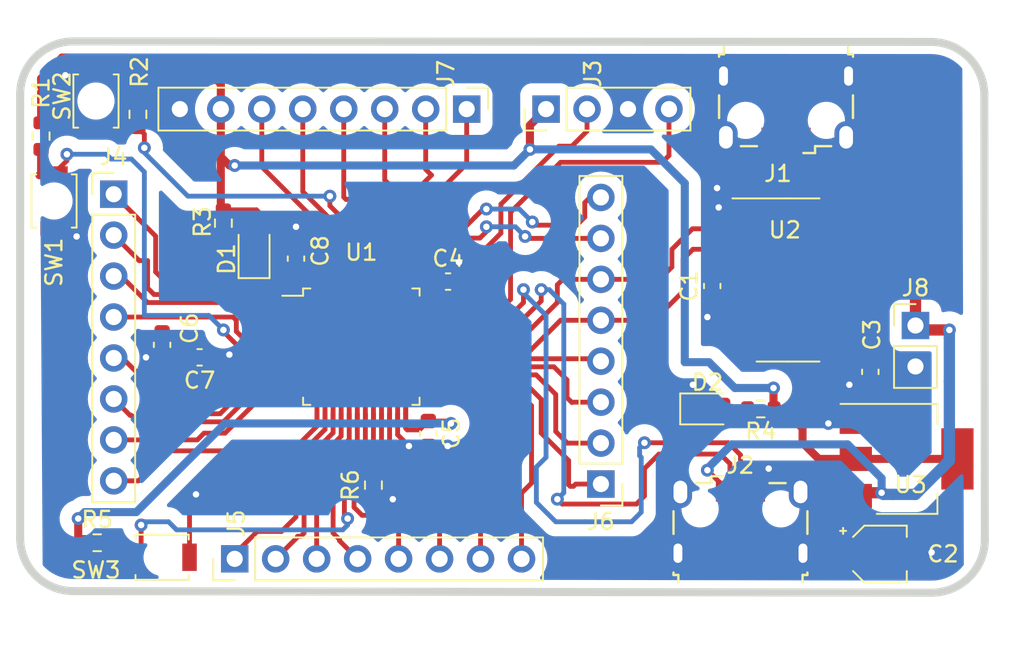
<source format=kicad_pcb>
(kicad_pcb (version 20211014) (generator pcbnew)
  (layers (0 "F.Cu" signal) (31 "B.Cu" signal) (34 "B.Paste" user) (35 "F.Paste" user) (36 "B.SilkS" user "B.Silkscreen") (37 "F.SilkS" user "F.Silkscreen") (38 "B.Mask" user) (39 "F.Mask" user) (44 "Edge.Cuts" user))
  (net 0 "")
  (net 1 "GND")
  (net 2 "Net-(C1-Pad2)")
  (net 3 "+5V")
  (net 4 "+3.3V")
  (net 5 "LED")
  (net 6 "Net-(D1-Pad2)")
  (net 7 "Net-(D2-Pad2)")
  (net 8 "Net-(J1-Pad2)")
  (net 9 "Net-(J1-Pad3)")
  (net 11 "USBDM")
  (net 12 "USBDP")
  (net 14 "SWCLK")
  (net 15 "SWIO")
  (net 16 "PC14")
  (net 17 "PC15")
  (net 18 "PD0")
  (net 19 "PD1")
  (net 20 "PA0")
  (net 21 "PA1")
  (net 22 "PA2")
  (net 23 "PA3")
  (net 24 "PA4")
  (net 25 "PA5")
  (net 26 "PA6")
  (net 27 "PA7")
  (net 28 "PB1")
  (net 29 "PB10")
  (net 30 "PB11")
  (net 31 "PB12")
  (net 32 "PB13")
  (net 33 "PB14")
  (net 34 "PB15")
  (net 35 "PA8")
  (net 36 "TXD")
  (net 37 "RXD")
  (net 38 "PA15")
  (net 39 "PB3")
  (net 40 "PB4")
  (net 41 "PB5")
  (net 42 "PB6")
  (net 43 "PB7")
  (net 44 "PB8")
  (net 45 "PB9")
  (net 46 "NRST")
  (net 47 "BOOT0")
  (net 48 "USER")
  (net 49 "Net-(U1-Pad20)")
  (footprint "Button_Switch_SMD:SW_SPST_B3U-1000P-B" (layer "F.Cu") (at 125.9 76 90)
    (fp_text reference "SW1")
    (fp_text value "SW_Push")
  )
  (footprint "Connector_PinHeader_2.54mm:PinHeader_1x08_P2.54mm_Vertical" (layer "F.Cu") (at 151.48 70.3 -90)
    (fp_text reference "J7")
    (fp_text value "Conn_01x08_Male")
  )
  (footprint "Resistor_SMD:R_0603_1608Metric" (layer "F.Cu") (at 145.7 93.625 90)
    (fp_text reference "R6")
    (fp_text value "0")
  )
  (footprint "Capacitor_SMD:C_0603_1608Metric" (layer "F.Cu") (at 166.7 81.275 90)
    (fp_text reference "C1")
    (fp_text value "100nF")
  )
  (footprint "Connector_PinHeader_2.54mm:PinHeader_1x08_P2.54mm_Vertical" (layer "F.Cu") (at 159.8 93.56 180)
    (fp_text reference "J6")
    (fp_text value "Conn_01x08_Male")
  )
  (footprint "Resistor_SMD:R_0603_1608Metric" (layer "F.Cu") (at 136.4 77.375 -90)
    (fp_text reference "R3")
    (fp_text value "330")
  )
  (footprint "LED_SMD:LED_0805_2012Metric" (layer "F.Cu") (at 166.4 88.9)
    (fp_text reference "D2")
    (fp_text value "LED")
  )
  (footprint "Resistor_SMD:R_0603_1608Metric" (layer "F.Cu") (at 128.575 97.2)
    (fp_text reference "R5")
    (fp_text value "10K")
  )
  (footprint "Resistor_SMD:R_0603_1608Metric" (layer "F.Cu") (at 131.1 70.625 -90)
    (fp_text reference "R2")
    (fp_text value "10K")
  )
  (footprint "Capacitor_SMD:C_0603_1608Metric" (layer "F.Cu") (at 176.5 86.6 -90)
    (fp_text reference "C3")
    (fp_text value "100nF")
  )
  (footprint "Connector_USB:USB_Micro-B_Wuerth_629105150521" (layer "F.Cu") (at 171.275 70.2 180)
    (fp_text reference "J1")
    (fp_text value "USB_B_Micro")
  )
  (footprint "Connector_PinHeader_2.54mm:PinHeader_1x04_P2.54mm_Vertical" (layer "F.Cu") (at 156.4 70.3 90)
    (fp_text reference "J3")
    (fp_text value "Conn_01x04_Male")
  )
  (footprint "Capacitor_SMD:C_0603_1608Metric" (layer "F.Cu") (at 134.925 85.7 180)
    (fp_text reference "C7")
    (fp_text value "10nF")
  )
  (footprint "Package_TO_SOT_SMD:SOT-223-3_TabPin2" (layer "F.Cu") (at 178.75 92)
    (fp_text reference "U3")
    (fp_text value "AMS1117-3.3")
  )
  (footprint "Capacitor_SMD:C_0603_1608Metric" (layer "F.Cu") (at 149.1 90.425 -90)
    (fp_text reference "C5")
    (fp_text value "10nF")
  )
  (footprint "Resistor_SMD:R_0603_1608Metric" (layer "F.Cu") (at 169.7125 88.9 180)
    (fp_text reference "R4")
    (fp_text value "330")
  )
  (footprint "Connector_PinHeader_2.54mm:PinHeader_1x08_P2.54mm_Vertical" (layer "F.Cu") (at 137.1 98.2 90)
    (fp_text reference "J5")
    (fp_text value "Conn_01x08_Male")
  )
  (footprint "Capacitor_SMD:CP_Elec_3x5.3" (layer "F.Cu") (at 177 97.9)
    (fp_text reference "C2")
    (fp_text value "100uF")
  )
  (footprint "Capacitor_SMD:C_0603_1608Metric" (layer "F.Cu") (at 150.325 81)
    (fp_text reference "C4")
    (fp_text value "10nF")
  )
  (footprint "Connector_PinHeader_2.54mm:PinHeader_1x02_P2.54mm_Vertical" (layer "F.Cu") (at 179.3 83.725)
    (fp_text reference "J8")
    (fp_text value "Conn_01x02_Male")
  )
  (footprint "Capacitor_SMD:C_0603_1608Metric" (layer "F.Cu") (at 132.6 84.925 -90)
    (fp_text reference "C6")
    (fp_text value "100nF")
  )
  (footprint "Package_SO:SOIC-16_3.9x9.9mm_P1.27mm" (layer "F.Cu") (at 171.4 80.9)
    (fp_text reference "U2")
    (fp_text value "CH340C")
  )
  (footprint "Connector_USB:USB_Micro-B_Wuerth_629105150521" (layer "F.Cu") (at 168.45 95.9)
    (fp_text reference "J2")
    (fp_text value "USB_B_Micro")
  )
  (footprint "Button_Switch_SMD:SW_SPST_B3U-1000P-B" (layer "F.Cu") (at 132.6 98.1 180)
    (fp_text reference "SW3")
    (fp_text value "SW_Push")
  )
  (footprint "Button_Switch_SMD:SW_SPST_B3U-1000P-B" (layer "F.Cu") (at 128.5 69.8 -90)
    (fp_text reference "SW2")
    (fp_text value "SW_Push")
  )
  (footprint "Capacitor_SMD:C_0603_1608Metric" (layer "F.Cu") (at 140.9 79.575 90)
    (fp_text reference "C8")
    (fp_text value "10nF")
  )
  (footprint "LED_SMD:LED_0805_2012Metric" (layer "F.Cu") (at 138.3 79.1 90)
    (fp_text reference "D1")
    (fp_text value "LED")
  )
  (footprint "Resistor_SMD:R_0603_1608Metric" (layer "F.Cu") (at 125.1 71.975 -90)
    (fp_text reference "R1")
    (fp_text value "10K")
  )
  (footprint "Package_QFP:LQFP-48_7x7mm_P0.5mm" (layer "F.Cu") (at 144.95 85.0375)
    (fp_text reference "U1")
    (fp_text value "STM32F103C8Tx")
  )
  (footprint "Connector_PinHeader_2.54mm:PinHeader_1x08_P2.54mm_Vertical" (layer "F.Cu") (at 129.6 75.58)
    (fp_text reference "J4")
    (fp_text value "Conn_01x08_Male")
  )
  (gr_arc (start 123.8 69.4) (mid 124.766548 67.066548) (end 127.1 66.1) (layer "Edge.Cuts") (width 0.5))
  (gr_arc (start 183.6 97) (mid 182.633452 99.333452) (end 180.3 100.3) (layer "Edge.Cuts") (width 0.5))
  (gr_line (start 180.3 100.3) (end 127.1 100.2) (layer "Edge.Cuts") (width 0.5))
  (gr_line (start 123.8 96.9) (end 123.8 69.4) (layer "Edge.Cuts") (width 0.5))
  (gr_arc (start 127.1 100.2) (mid 124.766548 99.233452) (end 123.8 96.9) (layer "Edge.Cuts") (width 0.5))
  (gr_arc (start 180.266548 66.133452) (mid 182.6 67.1) (end 183.566548 69.433452) (layer "Edge.Cuts") (width 0.5))
  (gr_line (start 183.6 97) (end 183.566548 69.433452) (layer "Edge.Cuts") (width 0.5))
  (gr_line (start 180.266548 66.133452) (end 127.1 66.1) (layer "Edge.Cuts") (width 0.5))
  (segment (start 169.75 93.05) (end 170.2 92.6) (width 0.3) (layer "F.Cu") (net 1))
  (segment (start 150.6505 82.7875) (end 150.9 82.538) (width 0.3) (layer "F.Cu") (net 1))
  (segment (start 134.15 85.7) (end 132.6 85.7) (width 0.3) (layer "F.Cu") (net 1))
  (segment (start 141.6 78.8) (end 140.9 78.8) (width 0.3) (layer "F.Cu") (net 1))
  (segment (start 140.9 78.8) (end 140.9 77.6) (width 0.3) (layer "F.Cu") (net 1))
  (segment (start 150.9 81.2) (end 151.1 81) (width 0.3) (layer "F.Cu") (net 1))
  (segment (start 132.6 85.7) (end 131.6 85.7) (width 0.3) (layer "F.Cu") (net 1))
  (segment (start 175.6 89.7) (end 174 89.7) (width 0.7) (layer "F.Cu") (net 1))
  (segment (start 167.155 76.455) (end 167.1 76.4) (width 0.3) (layer "F.Cu") (net 1))
  (segment (start 169.75 94) (end 169.75 93.05) (width 0.3) (layer "F.Cu") (net 1))
  (segment (start 126.8 77.7) (end 127.3 78.2) (width 0.3) (layer "F.Cu") (net 1))
  (segment (start 168.8 75.2) (end 167 75.2) (width 0.3) (layer "F.Cu") (net 1))
  (segment (start 149.1125 82.7875) (end 150.6505 82.7875) (width 0.3) (layer "F.Cu") (net 1))
  (segment (start 151.1 79.9) (end 151 79.8) (width 0.3) (layer "F.Cu") (net 1))
  (segment (start 175.225 87.375) (end 175.2 87.4) (width 0.5) (layer "F.Cu") (net 1))
  (segment (start 168.925 76.455) (end 167.155 76.455) (width 0.3) (layer "F.Cu") (net 1))
  (segment (start 174 89.7) (end 173.9 89.8) (width 0.7) (layer "F.Cu") (net 1))
  (segment (start 134.3 94.6) (end 134.7 94.2) (width 0.3) (layer "F.Cu") (net 1))
  (segment (start 140.7875 85.7875) (end 137.027546 85.7875) (width 0.3) (layer "F.Cu") (net 1))
  (segment (start 128.5 68.1) (end 126.7 68.1) (width 0.5) (layer "F.Cu") (net 1))
  (segment (start 176.5 87.375) (end 176.5 88.8) (width 0.5) (layer "F.Cu") (net 1))
  (segment (start 180.2 97.9) (end 180.3 97.8) (width 0.7) (layer "F.Cu") (net 1))
  (segment (start 125.9 77.7) (end 126.8 77.7) (width 0.3) (layer "F.Cu") (net 1))
  (segment (start 166.7 82.05) (end 166.7 82.9) (width 0.3) (layer "F.Cu") (net 1))
  (segment (start 178.5 97.9) (end 180.2 97.9) (width 0.7) (layer "F.Cu") (net 1))
  (segment (start 134.3 98.1) (end 134.3 94.6) (width 0.3) (layer "F.Cu") (net 1))
  (segment (start 147.2 89.2) (end 147.2 90.5) (width 0.3) (layer "F.Cu") (net 1))
  (segment (start 150.9 82.538) (end 150.9 81.2) (width 0.3) (layer "F.Cu") (net 1))
  (segment (start 166.7 82.9) (end 166.4 83.2) (width 0.3) (layer "F.Cu") (net 1))
  (segment (start 169.975 72.1) (end 169.975 74.025) (width 0.3) (layer "F.Cu") (net 1))
  (segment (start 146.85 94.45) (end 146.9 94.5) (width 0.3) (layer "F.Cu") (net 1))
  (segment (start 176.5 87.375) (end 175.225 87.375) (width 0.5) (layer "F.Cu") (net 1))
  (segment (start 176.5 88.8) (end 175.6 89.7) (width 0.5) (layer "F.Cu") (net 1))
  (segment (start 147.2 90.5) (end 147.9 91.2) (width 0.3) (layer "F.Cu") (net 1))
  (segment (start 145.7 94.45) (end 146.85 94.45) (width 0.3) (layer "F.Cu") (net 1))
  (segment (start 142.7 80.875) (end 142.7 79.9) (width 0.3) (layer "F.Cu") (net 1))
  (segment (start 142.7 79.9) (end 141.6 78.8) (width 0.3) (layer "F.Cu") (net 1))
  (segment (start 149.1 91.2) (end 150.3 91.2) (width 0.3) (layer "F.Cu") (net 1))
  (segment (start 165.4625 88.9) (end 165.4625 87.4375) (width 0.3) (layer "F.Cu") (net 1))
  (segment (start 169.975 74.025) (end 168.8 75.2) (width 0.3) (layer "F.Cu") (net 1))
  (segment (start 137.027546 85.7875) (end 136.770023 85.529977) (width 0.3) (layer "F.Cu") (net 1))
  (segment (start 151.1 81) (end 151.1 79.9) (width 0.3) (layer "F.Cu") (net 1))
  (segment (start 126.7 68.1) (end 126.6 68.2) (width 0.5) (layer "F.Cu") (net 1))
  (segment (start 165.4625 87.4375) (end 165.5 87.4) (width 0.3) (layer "F.Cu") (net 1))
  (via (at 150.3 91.2) (size 0.8) (drill 0.4) (layers "F.Cu" "B.Cu") (net 1))
  (via (at 173.9 89.8) (size 0.8) (drill 0.4) (layers "F.Cu" "B.Cu") (net 1))
  (via (at 147.9 91.2) (size 0.8) (drill 0.4) (layers "F.Cu" "B.Cu") (net 1))
  (via (at 166.4 83.2) (size 0.8) (drill 0.4) (layers "F.Cu" "B.Cu") (net 1))
  (via (at 131.6 85.7) (size 0.8) (drill 0.4) (layers "F.Cu" "B.Cu") (net 1))
  (via (at 134.7 94.2) (size 0.8) (drill 0.4) (layers "F.Cu" "B.Cu") (net 1))
  (via (at 151 79.8) (size 0.8) (drill 0.4) (layers "F.Cu" "B.Cu") (net 1))
  (via (at 126.6 68.2) (size 0.8) (drill 0.4) (layers "F.Cu" "B.Cu") (net 1))
  (via (at 165.5 87.4) (size 0.8) (drill 0.4) (layers "F.Cu" "B.Cu") (net 1))
  (via (at 180.3 97.8) (size 0.8) (drill 0.4) (layers "F.Cu" "B.Cu") (net 1))
  (via (at 167.1 76.4) (size 0.8) (drill 0.4) (layers "F.Cu" "B.Cu") (net 1))
  (via (at 140.9 77.6) (size 0.8) (drill 0.4) (layers "F.Cu" "B.Cu") (net 1))
  (via (at 175.2 87.4) (size 0.8) (drill 0.4) (layers "F.Cu" "B.Cu") (net 1))
  (via (at 146.9 94.5) (size 0.8) (drill 0.4) (layers "F.Cu" "B.Cu") (net 1))
  (via (at 136.770023 85.529977) (size 0.8) (drill 0.4) (layers "F.Cu" "B.Cu") (net 1))
  (via (at 170.2 92.6) (size 0.8) (drill 0.4) (layers "F.Cu" "B.Cu") (net 1))
  (via (at 127.3 78.2) (size 0.8) (drill 0.4) (layers "F.Cu" "B.Cu") (net 1))
  (via (at 167 75.2) (size 0.8) (drill 0.4) (layers "F.Cu" "B.Cu") (net 1))
  (segment (start 166.935 80.265) (end 166.7 80.5) (width 0.3) (layer "F.Cu") (net 2))
  (segment (start 168.925 80.265) (end 166.935 80.265) (width 0.3) (layer "F.Cu") (net 2))
  (segment (start 175.8 94.1) (end 175.6 94.3) (width 0.7) (layer "F.Cu") (net 3))
  (segment (start 176.155 76.455) (end 179.3 79.6) (width 0.7) (layer "F.Cu") (net 3))
  (segment (start 175.245 76.455) (end 173.875 76.455) (width 0.3) (layer "F.Cu") (net 3))
  (segment (start 179.3 79.6) (end 179.3 83.725) (width 0.7) (layer "F.Cu") (net 3))
  (segment (start 172.575 74.475) (end 173.4 75.3) (width 0.3) (layer "F.Cu") (net 3))
  (segment (start 177.2 94.1) (end 175.8 94.1) (width 0.7) (layer "F.Cu") (net 3))
  (segment (start 175.6 97.8) (end 175.5 97.9) (width 0.7) (layer "F.Cu") (net 3))
  (segment (start 167.15 93.45) (end 166.4 92.7) (width 0.3) (layer "F.Cu") (net 3))
  (segment (start 173.875 76.455) (end 176.155 76.455) (width 0.7) (layer "F.Cu") (net 3))
  (segment (start 173.4 75.3) (end 175.5 75.3) (width 0.3) (layer "F.Cu") (net 3))
  (segment (start 175.7 76) (end 175.245 76.455) (width 0.3) (layer "F.Cu") (net 3))
  (segment (start 181.4 84) (end 179.575 84) (width 0.7) (layer "F.Cu") (net 3))
  (segment (start 175.5 75.3) (end 175.7 75.5) (width 0.3) (layer "F.Cu") (net 3))
  (segment (start 175.6 94.3) (end 175.6 97.8) (width 0.7) (layer "F.Cu") (net 3))
  (segment (start 172.575 72.1) (end 172.575 74.475) (width 0.3) (layer "F.Cu") (net 3))
  (segment (start 175.7 75.5) (end 175.7 76) (width 0.3) (layer "F.Cu") (net 3))
  (segment (start 167.15 94) (end 167.15 93.45) (width 0.3) (layer "F.Cu") (net 3))
  (segment (start 179.575 84) (end 179.3 83.725) (width 0.7) (layer "F.Cu") (net 3))
  (via (at 181.4 84) (size 0.8) (drill 0.4) (layers "F.Cu" "B.Cu") (net 3))
  (via (at 177.2 94.1) (size 0.8) (drill 0.4) (layers "F.Cu" "B.Cu") (net 3))
  (via (at 166.4 92.7) (size 0.8) (drill 0.4) (layers "F.Cu" "B.Cu") (net 3))
  (segment (start 179.3 94.2) (end 177.9 94.2) (width 0.7) (layer "B.Cu") (net 3))
  (segment (start 177.9 94.2) (end 177.3 94.2) (width 0.7) (layer "B.Cu") (net 3))
  (segment (start 175.1 91.1) (end 177.2 93.2) (width 0.5) (layer "B.Cu") (net 3))
  (segment (start 181.4 84.5) (end 181.4 84) (width 0.7) (layer "B.Cu") (net 3))
  (segment (start 166.4 92.7) (end 166.4 92.6) (width 0.5) (layer "B.Cu") (net 3))
  (segment (start 177.2 93.2) (end 177.2 94.1) (width 0.5) (layer "B.Cu") (net 3))
  (segment (start 177.3 94.2) (end 177.2 94.1) (width 0.7) (layer "B.Cu") (net 3))
  (segment (start 167.9 91.1) (end 175.1 91.1) (width 0.5) (layer "B.Cu") (net 3))
  (segment (start 181.2 92.3) (end 179.3 94.2) (width 0.7) (layer "B.Cu") (net 3))
  (segment (start 181.4 87.2) (end 181.4 92.1) (width 0.7) (layer "B.Cu") (net 3))
  (segment (start 181.4 92.1) (end 181.2 92.3) (width 0.7) (layer "B.Cu") (net 3))
  (segment (start 181.4 84.5) (end 181.4 87.2) (width 0.7) (layer "B.Cu") (net 3))
  (segment (start 166.4 92.6) (end 167.9 91.1) (width 0.5) (layer "B.Cu") (net 3))
  (segment (start 141.6875 82.2875) (end 147.1125 82.2875) (width 0.3) (layer "F.Cu") (net 4))
  (segment (start 138.45 76.55) (end 136.4 76.55) (width 0.3) (layer "F.Cu") (net 4))
  (segment (start 173.3 92) (end 172.3 91) (width 0.5) (layer "F.Cu") (net 4))
  (segment (start 175.675 85.825) (end 175.1 86.4) (width 0.5) (layer "F.Cu") (net 4))
  (segment (start 149.9125 82.2875) (end 150 82.2) (width 0.3) (layer "F.Cu") (net 4))
  (segment (start 136.24 73.26) (end 136.78 73.8) (width 0.5) (layer "F.Cu") (net 4))
  (segment (start 136.78 73.8) (end 137.1 73.8) (width 0.5) (layer "F.Cu") (net 4))
  (segment (start 140.15 80.35) (end 139.7 79.9) (width 0.3) (layer "F.Cu") (net 4))
  (segment (start 175.6 92) (end 173.3 92) (width 0.5) (layer "F.Cu") (net 4))
  (segment (start 147.7 87.9) (end 147.7 89.2) (width 0.3) (layer "F.Cu") (net 4))
  (segment (start 140.45 80.35) (end 140.9 80.35) (width 0.3) (layer "F.Cu") (net 4))
  (segment (start 136.24 70.3) (end 136.24 73.26) (width 0.5) (layer "F.Cu") (net 4))
  (segment (start 135.7 85.7) (end 134.15 84.15) (width 0.3) (layer "F.Cu") (net 4))
  (segment (start 140.7875 82.2875) (end 139.623032 82.2875) (width 0.3) (layer "F.Cu") (net 4))
  (segment (start 139.4 82.064468) (end 139.4 81.4) (width 0.3) (layer "F.Cu") (net 4))
  (segment (start 127.4 95.7) (end 127.4 96.85) (width 0.5) (layer "F.Cu") (net 4))
  (segment (start 170.5 87.6) (end 170.5 88.8625) (width 0.5) (layer "F.Cu") (net 4))
  (segment (start 139.623032 82.2875) (end 139.4 82.064468) (width 0.3) (layer "F.Cu") (net 4))
  (segment (start 140.7875 86.2875) (end 146.0875 86.2875) (width 0.3) (layer "F.Cu") (net 4))
  (segment (start 140.7875 86.2875) (end 136.2875 86.2875) (width 0.3) (layer "F.Cu") (net 4))
  (segment (start 155.4 71.3) (end 156.4 70.3) (width 0.5) (layer "F.Cu") (net 4))
  (segment (start 150.35 89.65) (end 150.5 89.8) (width 0.3) (layer "F.Cu") (net 4))
  (segment (start 147.8 90.2) (end 148.55 90.2) (width 0.3) (layer "F.Cu") (net 4))
  (segment (start 134.15 84.15) (end 132.6 84.15) (width 0.3) (layer "F.Cu") (net 4))
  (segment (start 139.7 79.9) (end 139.7 77.8) (width 0.3) (layer "F.Cu") (net 4))
  (segment (start 131.1 69.8) (end 131.1 67.9) (width 0.5) (layer "F.Cu") (net 4))
  (segment (start 146.0875 86.2875) (end 147.7 87.9) (width 0.3) (layer "F.Cu") (net 4))
  (segment (start 141.6875 82.2875) (end 141.9125 82.2875) (width 0.3) (layer "F.Cu") (net 4))
  (segment (start 131.1 68.9) (end 131.1 69.8) (width 0.5) (layer "F.Cu") (net 4))
  (segment (start 127.4 96.85) (end 127.75 97.2) (width 0.5) (layer "F.Cu") (net 4))
  (segment (start 140.9 80.35) (end 140.15 80.35) (width 0.3) (layer "F.Cu") (net 4))
  (segment (start 171.1 88.9) (end 170.5375 88.9) (width 0.5) (layer "F.Cu") (net 4))
  (segment (start 150 82.2) (end 150 81.45) (width 0.3) (layer "F.Cu") (net 4))
  (segment (start 136.24 76.39) (end 136.4 76.55) (width 0.5) (layer "F.Cu") (net 4))
  (segment (start 141.9125 82.2875) (end 142.2 82) (width 0.3) (layer "F.Cu") (net 4))
  (segment (start 136.2875 86.2875) (end 135.7 85.7) (width 0.3) (layer "F.Cu") (net 4))
  (segment (start 136.24 68.74) (end 135.3 67.8) (width 0.5) (layer "F.Cu") (net 4))
  (segment (start 149.1125 82.2875) (end 149.9125 82.2875) (width 0.3) (layer "F.Cu") (net 4))
  (segment (start 130.3 67.1) (end 126.4 67.1) (width 0.5) (layer "F.Cu") (net 4))
  (segment (start 136.24 73.26) (end 136.24 76.39) (width 0.5) (layer "F.Cu") (net 4))
  (segment (start 147.1125 82.2875) (end 146.0875 83.3125) (width 0.3) (layer "F.Cu") (net 4))
  (segment (start 155.4 72.8) (end 155.4 71.3) (width 0.5) (layer "F.Cu") (net 4))
  (segment (start 170.5 88.8625) (end 170.5375 88.9) (width 0.5) (layer "F.Cu") (net 4))
  (segment (start 148.55 90.2) (end 149.1 89.65) (width 0.3) (layer "F.Cu") (net 4))
  (segment (start 175.1 86.4) (end 174.7 86.4) (width 0.5) (layer "F.Cu") (net 4))
  (segment (start 135.3 67.8) (end 132.2 67.8) (width 0.5) (layer "F.Cu") (net 4))
  (segment (start 140.7875 82.2875) (end 141.6875 82.2875) (width 0.3) (layer "F.Cu") (net 4))
  (segment (start 139.4 81.4) (end 140.45 80.35) (width 0.3) (layer "F.Cu") (net 4))
  (segment (start 172.3 90.1) (end 171.1 88.9) (width 0.5) (layer "F.Cu") (net 4))
  (segment (start 174.7 86.4) (end 173.6 87.5) (width 0.5) (layer "F.Cu") (net 4))
  (segment (start 149.1125 82.2875) (end 147.1125 82.2875) (width 0.3) (layer "F.Cu") (net 4))
  (segment (start 172.3 91) (end 172.3 90.1) (width 0.5) (layer "F.Cu") (net 4))
  (segment (start 142.2 82) (end 142.2 80.875) (width 0.3) (layer "F.Cu") (net 4))
  (segment (start 172.9 88.9) (end 171.1 88.9) (width 0.5) (layer "F.Cu") (net 4))
  (segment (start 146.0875 83.3125) (end 146.0875 86.2875) (width 0.3) (layer "F.Cu") (net 4))
  (segment (start 147.7 89.2) (end 147.7 90.1) (width 0.3) (layer "F.Cu") (net 4))
  (segment (start 147.7 90.1) (end 147.8 90.2) (width 0.3) (layer "F.Cu") (net 4))
  (segment (start 150 81.45) (end 149.55 81) (width 0.3) (layer "F.Cu") (net 4))
  (segment (start 173.6 88.2) (end 172.9 88.9) (width 0.5) (layer "F.Cu") (net 4))
  (segment (start 136.24 70.3) (end 136.24 68.74) (width 0.5) (layer "F.Cu") (net 4))
  (segment (start 173.6 87.5) (end 173.6 88.2) (width 0.5) (layer "F.Cu") (net 4))
  (segment (start 125.1 68.4) (end 125.1 71.15) (width 0.5) (layer "F.Cu") (net 4))
  (segment (start 149.1 89.65) (end 150.35 89.65) (width 0.3) (layer "F.Cu") (net 4))
  (segment (start 176.5 85.825) (end 175.675 85.825) (width 0.5) (layer "F.Cu") (net 4))
  (segment (start 126.4 67.1) (end 125.1 68.4) (width 0.5) (layer "F.Cu") (net 4))
  (segment (start 132.2 67.8) (end 131.1 68.9) (width 0.5) (layer "F.Cu") (net 4))
  (segment (start 181.9 92) (end 175.6 92) (width 0.5) (layer "F.Cu") (net 4))
  (segment (start 139.7 77.8) (end 138.45 76.55) (width 0.3) (layer "F.Cu") (net 4))
  (segment (start 131.1 67.9) (end 130.3 67.1) (width 0.5) (layer "F.Cu") (net 4))
  (via (at 155.4 72.8) (size 0.8) (drill 0.4) (layers "F.Cu" "B.Cu") (net 4))
  (via (at 150.5 89.8) (size 0.8) (drill 0.4) (layers "F.Cu" "B.Cu") (net 4))
  (via (at 170.5 87.6) (size 0.8) (drill 0.4) (layers "F.Cu" "B.Cu") (net 4))
  (via (at 137.1 73.8) (size 0.8) (drill 0.4) (layers "F.Cu" "B.Cu") (net 4))
  (via (at 127.4 95.7) (size 0.8) (drill 0.4) (layers "F.Cu" "B.Cu") (net 4))
  (segment (start 166.5 86) (end 167.7 87.2) (width 0.5) (layer "B.Cu") (net 4))
  (segment (start 165 74.9) (end 165 86) (width 0.5) (layer "B.Cu") (net 4))
  (segment (start 129.5 95.3) (end 127.8 95.3) (width 0.5) (layer "B.Cu") (net 4))
  (segment (start 127.8 95.3) (end 127.4 95.7) (width 0.5) (layer "B.Cu") (net 4))
  (segment (start 150.5 89.8) (end 136.5 89.8) (width 0.5) (layer "B.Cu") (net 4))
  (segment (start 154.4 73.8) (end 155.4 72.8) (width 0.5) (layer "B.Cu") (net 4))
  (segment (start 137.1 73.8) (end 154.4 73.8) (width 0.5) (layer "B.Cu") (net 4))
  (segment (start 165 86) (end 166.5 86) (width 0.5) (layer "B.Cu") (net 4))
  (segment (start 136.5 89.8) (end 132.9 93.4) (width 0.5) (layer "B.Cu") (net 4))
  (segment (start 167.7 87.2) (end 168.1 87.6) (width 0.5) (layer "B.Cu") (net 4))
  (segment (start 132.9 93.4) (end 131 95.3) (width 0.5) (layer "B.Cu") (net 4))
  (segment (start 155.4 72.8) (end 162.9 72.8) (width 0.5) (layer "B.Cu") (net 4))
  (segment (start 162.9 72.8) (end 164 73.9) (width 0.5) (layer "B.Cu") (net 4))
  (segment (start 164 73.9) (end 165 74.9) (width 0.5) (layer "B.Cu") (net 4))
  (segment (start 131 95.3) (end 129.5 95.3) (width 0.5) (layer "B.Cu") (net 4))
  (segment (start 168.1 87.6) (end 170.5 87.6) (width 0.5) (layer "B.Cu") (net 4))
  (segment (start 138.214213 81.585787) (end 138.214213 80.123287) (width 0.3) (layer "F.Cu") (net 5))
  (segment (start 140.7875 82.7875) (end 139.3875 82.7875) (width 0.3) (layer "F.Cu") (net 5))
  (segment (start 139.3 82.7) (end 139.3 82.671574) (width 0.3) (layer "F.Cu") (net 5))
  (segment (start 138.214213 80.123287) (end 138.3 80.0375) (width 0.3) (layer "F.Cu") (net 5))
  (segment (start 139.3 82.671574) (end 138.214213 81.585787) (width 0.3) (layer "F.Cu") (net 5))
  (segment (start 139.3875 82.7875) (end 139.3 82.7) (width 0.3) (layer "F.Cu") (net 5))
  (segment (start 138.2625 78.2) (end 138.3 78.1625) (width 0.3) (layer "F.Cu") (net 6))
  (segment (start 136.4 78.2) (end 138.2625 78.2) (width 0.3) (layer "F.Cu") (net 6))
  (segment (start 168.8875 88.9) (end 167.3375 88.9) (width 0.5) (layer "F.Cu") (net 7))
  (segment (start 169.995 82.805) (end 171.925 80.875) (width 0.3) (layer "F.Cu") (net 8))
  (segment (start 168.925 82.805) (end 169.995 82.805) (width 0.3) (layer "F.Cu") (net 8))
  (segment (start 171.925 72.1) (end 171.925 80.875) (width 0.3) (layer "F.Cu") (net 8))
  (segment (start 171.275 72.1) (end 171.275 80.425) (width 0.3) (layer "F.Cu") (net 9))
  (segment (start 170.165 81.535) (end 171.275 80.425) (width 0.3) (layer "F.Cu") (net 9))
  (segment (start 168.925 81.535) (end 170.165 81.535) (width 0.3) (layer "F.Cu") (net 9))
  (segment (start 149.1125 84.2875) (end 154.0125 84.2875) (width 0.3) (layer "F.Cu") (net 11))
  (segment (start 154.0125 84.2875) (end 155.6 82.7) (width 0.3) (layer "F.Cu") (net 11))
  (segment (start 167.2 91.7) (end 167.8 92.3) (width 0.3) (layer "F.Cu") (net 11))
  (segment (start 157.1 94.5) (end 157.4 94.8) (width 0.3) (layer "F.Cu") (net 11))
  (segment (start 162.5 92.6) (end 163.4 91.7) (width 0.3) (layer "F.Cu") (net 11))
  (segment (start 162.5 94.3) (end 162.5 92.6) (width 0.3) (layer "F.Cu") (net 11))
  (segment (start 155.6 82.7) (end 156.1 82.2) (width 0.3) (layer "F.Cu") (net 11))
  (segment (start 162 94.8) (end 162.5 94.3) (width 0.3) (layer "F.Cu") (net 11))
  (segment (start 163.4 91.7) (end 167.2 91.7) (width 0.3) (layer "F.Cu") (net 11))
  (segment (start 167.8 92.3) (end 167.8 94) (width 0.3) (layer "F.Cu") (net 11))
  (segment (start 157.4 94.8) (end 162 94.8) (width 0.3) (layer "F.Cu") (net 11))
  (segment (start 156.1 82.2) (end 156.1 81.5) (width 0.3) (layer "F.Cu") (net 11))
  (via (at 157.1 94.5) (size 0.8) (drill 0.4) (layers "F.Cu" "B.Cu") (net 11))
  (via (at 156.1 81.5) (size 0.8) (drill 0.4) (layers "F.Cu" "B.Cu") (net 11))
  (segment (start 156.6 81.5) (end 157.5 82.4) (width 0.3) (layer "B.Cu") (net 11))
  (segment (start 157.5 94.1) (end 157.1 94.5) (width 0.3) (layer "B.Cu") (net 11))
  (segment (start 157.5 82.4) (end 157.5 94.1) (width 0.3) (layer "B.Cu") (net 11))
  (segment (start 156.1 81.5) (end 156.6 81.5) (width 0.3) (layer "B.Cu") (net 11))
  (segment (start 149.1125 83.7875) (end 153.5125 83.7875) (width 0.3) (layer "F.Cu") (net 12))
  (segment (start 153.5125 83.7875) (end 155 82.3) (width 0.3) (layer "F.Cu") (net 12))
  (segment (start 167.7 91) (end 168.45 91.75) (width 0.3) (layer "F.Cu") (net 12))
  (segment (start 162.5 91) (end 167.7 91) (width 0.3) (layer "F.Cu") (net 12))
  (segment (start 168.45 91.75) (end 168.45 94) (width 0.3) (layer "F.Cu") (net 12))
  (segment (start 155 82.3) (end 155 81.5) (width 0.3) (layer "F.Cu") (net 12))
  (via (at 162.5 91) (size 0.8) (drill 0.4) (layers "F.Cu" "B.Cu") (net 12))
  (via (at 155 81.5) (size 0.8) (drill 0.4) (layers "F.Cu" "B.Cu") (net 12))
  (segment (start 162.2 91.3) (end 162.5 91) (width 0.3) (layer "B.Cu") (net 12))
  (segment (start 162.3 91.9) (end 162.2 91.8) (width 0.3) (layer "B.Cu") (net 12))
  (segment (start 155 81.5) (end 155 81.7) (width 0.3) (layer "B.Cu") (net 12))
  (segment (start 155.8 94.7) (end 156 94.9) (width 0.3) (layer "B.Cu") (net 12))
  (segment (start 156.4 91.9) (end 155.8 92.5) (width 0.3) (layer "B.Cu") (net 12))
  (segment (start 158.8 95.9) (end 161.7 95.9) (width 0.3) (layer "B.Cu") (net 12))
  (segment (start 157 95.9) (end 158.8 95.9) (width 0.3) (layer "B.Cu") (net 12))
  (segment (start 155 81.7) (end 156.4 83.1) (width 0.3) (layer "B.Cu") (net 12))
  (segment (start 155.8 92.5) (end 155.8 94.7) (width 0.3) (layer "B.Cu") (net 12))
  (segment (start 156.4 83.1) (end 156.4 91.9) (width 0.3) (layer "B.Cu") (net 12))
  (segment (start 162.3 95.3) (end 162.3 91.9) (width 0.3) (layer "B.Cu") (net 12))
  (segment (start 161.7 95.9) (end 162.3 95.3) (width 0.3) (layer "B.Cu") (net 12))
  (segment (start 162.2 91.8) (end 162.2 91.3) (width 0.3) (layer "B.Cu") (net 12))
  (segment (start 156 94.9) (end 157 95.9) (width 0.3) (layer "B.Cu") (net 12))
  (segment (start 158.94 71.66) (end 158.94 70.3) (width 0.3) (layer "F.Cu") (net 14))
  (segment (start 157.2 72.6) (end 158 72.6) (width 0.3) (layer "F.Cu") (net 14))
  (segment (start 152.7 78.9) (end 153.6 78) (width 0.3) (layer "F.Cu") (net 14))
  (segment (start 153.6 78) (end 153.6 76.2) (width 0.3) (layer "F.Cu") (net 14))
  (segment (start 147.7 80.875) (end 147.7 79.6) (width 0.3) (layer "F.Cu") (net 14))
  (segment (start 158 72.6) (end 158.94 71.66) (width 0.3) (layer "F.Cu") (net 14))
  (segment (start 153.6 76.2) (end 157.2 72.6) (width 0.3) (layer "F.Cu") (net 14))
  (segment (start 148.4 78.9) (end 152.7 78.9) (width 0.3) (layer "F.Cu") (net 14))
  (segment (start 147.7 79.6) (end 148.4 78.9) (width 0.3) (layer "F.Cu") (net 14))
  (segment (start 153.0125 83.2875) (end 154.2 82.1) (width 0.3) (layer "F.Cu") (net 15))
  (segment (start 163.6 73.6) (end 164.02 73.18) (width 0.3) (layer "F.Cu") (net 15))
  (segment (start 164.02 73.18) (end 164.02 70.3) (width 0.3) (layer "F.Cu") (net 15))
  (segment (start 154.2 82.1) (end 154.2 76.7) (width 0.3) (layer "F.Cu") (net 15))
  (segment (start 157.3 73.6) (end 163.6 73.6) (width 0.3) (layer "F.Cu") (net 15))
  (segment (start 154.2 76.7) (end 157.3 73.6) (width 0.3) (layer "F.Cu") (net 15))
  (segment (start 149.1125 83.2875) (end 153.0125 83.2875) (width 0.3) (layer "F.Cu") (net 15))
  (segment (start 133 81.2) (end 132.2 80.4) (width 0.3) (layer "F.Cu") (net 16))
  (segment (start 132.2 78.18) (end 129.6 75.58) (width 0.3) (layer "F.Cu") (net 16))
  (segment (start 138.8 82.87868) (end 137.12132 81.2) (width 0.3) (layer "F.Cu") (net 16))
  (segment (start 140.7875 83.2875) (end 138.8 83.2875) (width 0.3) (layer "F.Cu") (net 16))
  (segment (start 137.12132 81.2) (end 133 81.2) (width 0.3) (layer "F.Cu") (net 16))
  (segment (start 138.8 83.2875) (end 138.8 82.87868) (width 0.3) (layer "F.Cu") (net 16))
  (segment (start 132.2 80.4) (end 132.2 78.18) (width 0.3) (layer "F.Cu") (net 16))
  (segment (start 131.18 79.7) (end 129.6 78.12) (width 0.3) (layer "F.Cu") (net 17))
  (segment (start 138.3 83.085787) (end 137.014214 81.8) (width 0.3) (layer "F.Cu") (net 17))
  (segment (start 131.7 81.4) (end 131.7 79.7) (width 0.3) (layer "F.Cu") (net 17))
  (segment (start 138.3 83.6) (end 138.3 83.085787) (width 0.3) (layer "F.Cu") (net 17))
  (segment (start 137.014214 81.8) (end 132.1 81.8) (width 0.3) (layer "F.Cu") (net 17))
  (segment (start 132.1 81.8) (end 131.7 81.4) (width 0.3) (layer "F.Cu") (net 17))
  (segment (start 131.7 79.7) (end 131.18 79.7) (width 0.3) (layer "F.Cu") (net 17))
  (segment (start 140.7875 83.7875) (end 138.4875 83.7875) (width 0.3) (layer "F.Cu") (net 17))
  (segment (start 138.4875 83.7875) (end 138.3 83.6) (width 0.3) (layer "F.Cu") (net 17))
  (segment (start 131.7 82.3) (end 130.06 80.66) (width 0.3) (layer "F.Cu") (net 18))
  (segment (start 140.7875 84.2875) (end 138.107106 84.2875) (width 0.3) (layer "F.Cu") (net 18))
  (segment (start 137.709803 83.890197) (end 137.709803 83.202696) (width 0.3) (layer "F.Cu") (net 18))
  (segment (start 136.807107 82.3) (end 131.7 82.3) (width 0.3) (layer "F.Cu") (net 18))
  (segment (start 138.107106 84.2875) (end 137.709803 83.890197) (width 0.3) (layer "F.Cu") (net 18))
  (segment (start 130.06 80.66) (end 129.6 80.66) (width 0.3) (layer "F.Cu") (net 18))
  (segment (start 137.709803 83.202696) (end 136.807107 82.3) (width 0.3) (layer "F.Cu") (net 18))
  (segment (start 137.9 84.7875) (end 137.2 84.0875) (width 0.3) (layer "F.Cu") (net 19))
  (segment (start 137 83.2) (end 129.6 83.2) (width 0.3) (layer "F.Cu") (net 19))
  (segment (start 137.2 84.0875) (end 137.2 83.4) (width 0.3) (layer "F.Cu") (net 19))
  (segment (start 137.2 83.4) (end 137 83.2) (width 0.3) (layer "F.Cu") (net 19))
  (segment (start 140.7875 84.7875) (end 137.9 84.7875) (width 0.3) (layer "F.Cu") (net 19))
  (segment (start 138.605394 86.7875) (end 136.192894 89.2) (width 0.3) (layer "F.Cu") (net 20))
  (segment (start 140.7875 86.7875) (end 138.605394 86.7875) (width 0.3) (layer "F.Cu") (net 20))
  (segment (start 131.6 89.2) (end 131.4 89) (width 0.3) (layer "F.Cu") (net 20))
  (segment (start 130.14 85.74) (end 129.6 85.74) (width 0.3) (layer "F.Cu") (net 20))
  (segment (start 136.192894 89.2) (end 131.6 89.2) (width 0.3) (layer "F.Cu") (net 20))
  (segment (start 131.4 87) (end 130.14 85.74) (width 0.3) (layer "F.Cu") (net 20))
  (segment (start 131.4 89) (end 131.4 87) (width 0.3) (layer "F.Cu") (net 20))
  (segment (start 136.4 89.7) (end 131.1 89.7) (width 0.3) (layer "F.Cu") (net 21))
  (segment (start 140.7875 87.2875) (end 138.8125 87.2875) (width 0.3) (layer "F.Cu") (net 21))
  (segment (start 130.62 89.3) (end 129.6 88.28) (width 0.3) (layer "F.Cu") (net 21))
  (segment (start 138.8125 87.2875) (end 136.4 89.7) (width 0.3) (layer "F.Cu") (net 21))
  (segment (start 131.1 89.7) (end 130.7 89.3) (width 0.3) (layer "F.Cu") (net 21))
  (segment (start 130.7 89.3) (end 130.62 89.3) (width 0.3) (layer "F.Cu") (net 21))
  (segment (start 135.2 90.4) (end 134.78 90.82) (width 0.3) (layer "F.Cu") (net 22))
  (segment (start 136.5 90.4) (end 135.2 90.4) (width 0.3) (layer "F.Cu") (net 22))
  (segment (start 134.78 90.82) (end 129.6 90.82) (width 0.3) (layer "F.Cu") (net 22))
  (segment (start 139.1125 87.7875) (end 136.5 90.4) (width 0.3) (layer "F.Cu") (net 22))
  (segment (start 140.7875 87.7875) (end 139.1125 87.7875) (width 0.3) (layer "F.Cu") (net 22))
  (segment (start 142.2 89.2) (end 142.2 89.964467) (width 0.3) (layer "F.Cu") (net 23))
  (segment (start 142.2 89.964467) (end 140.664466 91.5) (width 0.3) (layer "F.Cu") (net 23))
  (segment (start 140.664466 91.5) (end 133 91.5) (width 0.3) (layer "F.Cu") (net 23))
  (segment (start 133 91.5) (end 131.14 93.36) (width 0.3) (layer "F.Cu") (net 23))
  (segment (start 131.14 93.36) (end 129.6 93.36) (width 0.3) (layer "F.Cu") (net 23))
  (segment (start 142.7 89.2) (end 142.7 90.171574) (width 0.3) (layer "F.Cu") (net 24))
  (segment (start 141.646447 94.346447) (end 140.9 95.092894) (width 0.3) (layer "F.Cu") (net 24))
  (segment (start 138.5 96.5) (end 137.1 97.9) (width 0.3) (layer "F.Cu") (net 24))
  (segment (start 140.9 95.6) (end 140 96.5) (width 0.3) (layer "F.Cu") (net 24))
  (segment (start 142.7 90.171574) (end 141.646447 91.225126) (width 0.3) (layer "F.Cu") (net 24))
  (segment (start 137.1 97.9) (end 137.1 98.2) (width 0.3) (layer "F.Cu") (net 24))
  (segment (start 140.9 95.092894) (end 140.9 95.6) (width 0.3) (layer "F.Cu") (net 24))
  (segment (start 140 96.5) (end 138.5 96.5) (width 0.3) (layer "F.Cu") (net 24))
  (segment (start 141.646447 91.225126) (end 141.646447 94.346447) (width 0.3) (layer "F.Cu") (net 24))
  (segment (start 141 96.84) (end 139.64 98.2) (width 0.3) (layer "F.Cu") (net 25))
  (segment (start 142.2 91.37868) (end 142.2 94.5) (width 0.3) (layer "F.Cu") (net 25))
  (segment (start 141.2 96.8) (end 141 96.8) (width 0.3) (layer "F.Cu") (net 25))
  (segment (start 141.4 96.6) (end 141.2 96.8) (width 0.3) (layer "F.Cu") (net 25))
  (segment (start 143.2 90.378681) (end 142.2 91.37868) (width 0.3) (layer "F.Cu") (net 25))
  (segment (start 142.2 94.5) (end 141.4 95.3) (width 0.3) (layer "F.Cu") (net 25))
  (segment (start 141.4 95.3) (end 141.4 96.6) (width 0.3) (layer "F.Cu") (net 25))
  (segment (start 143.2 89.2) (end 143.2 90.378681) (width 0.3) (layer "F.Cu") (net 25))
  (segment (start 141 96.8) (end 141 96.84) (width 0.3) (layer "F.Cu") (net 25))
  (segment (start 143.7 89.2) (end 143.7 90.585788) (width 0.3) (layer "F.Cu") (net 26))
  (segment (start 142.7 91.585787) (end 142.7 94.8) (width 0.3) (layer "F.Cu") (net 26))
  (segment (start 142.18 95.32) (end 142.18 98.2) (width 0.3) (layer "F.Cu") (net 26))
  (segment (start 143.7 90.585788) (end 142.7 91.585787) (width 0.3) (layer "F.Cu") (net 26))
  (segment (start 142.7 94.8) (end 142.18 95.32) (width 0.3) (layer "F.Cu") (net 26))
  (segment (start 143.6 97.08) (end 144.72 98.2) (width 0.3) (layer "F.Cu") (net 27))
  (segment (start 143.6 97) (end 143.6 97.08) (width 0.3) (layer "F.Cu") (net 27))
  (segment (start 143.2 91.792894) (end 143.2 96.6) (width 0.3) (layer "F.Cu") (net 27))
  (segment (start 144.2 89.2) (end 144.2 90.792894) (width 0.3) (layer "F.Cu") (net 27))
  (segment (start 144.2 90.792894) (end 143.2 91.792894) (width 0.3) (layer "F.Cu") (net 27))
  (segment (start 143.2 96.6) (end 143.6 97) (width 0.3) (layer "F.Cu") (net 27))
  (segment (start 144.9 92) (end 144.6 92) (width 0.3) (layer "F.Cu") (net 28))
  (segment (start 146.3 95.5) (end 147.26 96.46) (width 0.3) (layer "F.Cu") (net 28))
  (segment (start 144.5 95) (end 145 95.5) (width 0.3) (layer "F.Cu") (net 28))
  (segment (start 147.26 96.46) (end 147.26 98.2) (width 0.3) (layer "F.Cu") (net 28))
  (segment (start 145.2 89.2) (end 145.2 91.7) (width 0.3) (layer "F.Cu") (net 28))
  (segment (start 145 95.5) (end 146.3 95.5) (width 0.3) (layer "F.Cu") (net 28))
  (segment (start 144.6 92) (end 144.5 92.1) (width 0.3) (layer "F.Cu") (net 28))
  (segment (start 144.5 92.1) (end 144.5 95) (width 0.3) (layer "F.Cu") (net 28))
  (segment (start 145.2 91.7) (end 144.9 92) (width 0.3) (layer "F.Cu") (net 28))
  (segment (start 149.8 95) (end 149.8 98.2) (width 0.3) (layer "F.Cu") (net 29))
  (segment (start 146.2 89.2) (end 146.2 91.4) (width 0.3) (layer "F.Cu") (net 29))
  (segment (start 146.2 91.4) (end 149.8 95) (width 0.3) (layer "F.Cu") (net 29))
  (segment (start 146.7 91.060661) (end 148.839339 93.2) (width 0.3) (layer "F.Cu") (net 30))
  (segment (start 148.839339 93.2) (end 151.7 93.2) (width 0.3) (layer "F.Cu") (net 30))
  (segment (start 151.7 93.2) (end 152.34 93.84) (width 0.3) (layer "F.Cu") (net 30))
  (segment (start 152.34 93.84) (end 152.34 98.2) (width 0.3) (layer "F.Cu") (net 30))
  (segment (start 146.7 89.2) (end 146.7 91.060661) (width 0.3) (layer "F.Cu") (net 30))
  (segment (start 155.5 93.5) (end 154.88 94.12) (width 0.3) (layer "F.Cu") (net 31))
  (segment (start 154.5875 87.7875) (end 155.5 88.7) (width 0.3) (layer "F.Cu") (net 31))
  (segment (start 149.1125 87.7875) (end 154.5875 87.7875) (width 0.3) (layer "F.Cu") (net 31))
  (segment (start 154.88 94.12) (end 154.88 98.2) (width 0.3) (layer "F.Cu") (net 31))
  (segment (start 155.5 88.7) (end 155.5 93.5) (width 0.3) (layer "F.Cu") (net 31))
  (segment (start 156.1 90.4) (end 157.8 92.1) (width 0.3) (layer "F.Cu") (net 32))
  (segment (start 158.1 93.7) (end 158.24 93.56) (width 0.3) (layer "F.Cu") (net 32))
  (segment (start 156.1 88.3) (end 156.1 90.4) (width 0.3) (layer "F.Cu") (net 32))
  (segment (start 157.9 93.7) (end 158.1 93.7) (width 0.3) (layer "F.Cu") (net 32))
  (segment (start 157.8 93.6) (end 157.9 93.7) (width 0.3) (layer "F.Cu") (net 32))
  (segment (start 155.0875 87.2875) (end 156.1 88.3) (width 0.3) (layer "F.Cu") (net 32))
  (segment (start 149.1125 87.2875) (end 155.0875 87.2875) (width 0.3) (layer "F.Cu") (net 32))
  (segment (start 158.24 93.56) (end 159.8 93.56) (width 0.3) (layer "F.Cu") (net 32))
  (segment (start 157.8 92.1) (end 157.8 93.6) (width 0.3) (layer "F.Cu") (net 32))
  (segment (start 157 88) (end 157 90.3) (width 0.3) (layer "F.Cu") (net 33))
  (segment (start 149.1125 86.7875) (end 155.7875 86.7875) (width 0.3) (layer "F.Cu") (net 33))
  (segment (start 157.72 91.02) (end 159.8 91.02) (width 0.3) (layer "F.Cu") (net 33))
  (segment (start 157 90.3) (end 157.72 91.02) (width 0.3) (layer "F.Cu") (net 33))
  (segment (start 155.7875 86.7875) (end 157 88) (width 0.3) (layer "F.Cu") (net 33))
  (segment (start 158.02 88.48) (end 159.8 88.48) (width 0.3) (layer "F.Cu") (net 34))
  (segment (start 156.8875 86.2875) (end 157.7 87.1) (width 0.3) (layer "F.Cu") (net 34))
  (segment (start 149.1125 86.2875) (end 156.8875 86.2875) (width 0.3) (layer "F.Cu") (net 34))
  (segment (start 157.7 87.1) (end 157.7 88.2) (width 0.3) (layer "F.Cu") (net 34))
  (segment (start 157.7 88.2) (end 158 88.5) (width 0.3) (layer "F.Cu") (net 34))
  (segment (start 158 88.5) (end 158.02 88.48) (width 0.3) (layer "F.Cu") (net 34))
  (segment (start 149.1125 85.7875) (end 159.6475 85.7875) (width 0.3) (layer "F.Cu") (net 35))
  (segment (start 159.6475 85.7875) (end 159.8 85.94) (width 0.3) (layer "F.Cu") (net 35))
  (segment (start 157.3 83.4) (end 159.8 83.4) (width 0.3) (layer "F.Cu") (net 36))
  (segment (start 159.8 83.4) (end 163.1 83.4) (width 0.3) (layer "F.Cu") (net 36))
  (segment (start 149.1125 85.2875) (end 155.4125 85.2875) (width 0.3) (layer "F.Cu") (net 36))
  (segment (start 164.9 81.6) (end 164.9 79.6) (width 0.3) (layer "F.Cu") (net 36))
  (segment (start 164.9 79.6) (end 165.505 78.995) (width 0.3) (layer "F.Cu") (net 36))
  (segment (start 165.505 78.995) (end 168.925 78.995) (width 0.3) (layer "F.Cu") (net 36))
  (segment (start 163.1 83.4) (end 164.9 81.6) (width 0.3) (layer "F.Cu") (net 36))
  (segment (start 155.4125 85.2875) (end 157.3 83.4) (width 0.3) (layer "F.Cu") (net 36))
  (segment (start 157.1 82.3) (end 157.1 81.2) (width 0.3) (layer "F.Cu") (net 37))
  (segment (start 154.6125 84.7875) (end 157.1 82.3) (width 0.3) (layer "F.Cu") (net 37))
  (segment (start 163.44 80.86) (end 164.2 80.1) (width 0.3) (layer "F.Cu") (net 37))
  (segment (start 165.475 77.725) (end 168.925 77.725) (width 0.3) (layer "F.Cu") (net 37))
  (segment (start 157.4 80.9) (end 157.6 80.9) (width 0.3) (layer "F.Cu") (net 37))
  (segment (start 164.2 80.1) (end 164.2 79) (width 0.3) (layer "F.Cu") (net 37))
  (segment (start 159.8 80.86) (end 163.44 80.86) (width 0.3) (layer "F.Cu") (net 37))
  (segment (start 149.1125 84.7875) (end 154.6125 84.7875) (width 0.3) (layer "F.Cu") (net 37))
  (segment (start 164.2 79) (end 165.475 77.725) (width 0.3) (layer "F.Cu") (net 37))
  (segment (start 157.6 80.9) (end 157.64 80.86) (width 0.3) (layer "F.Cu") (net 37))
  (segment (start 157.64 80.86) (end 159.8 80.86) (width 0.3) (layer "F.Cu") (net 37))
  (segment (start 157.1 81.2) (end 157.4 80.9) (width 0.3) (layer "F.Cu") (net 37))
  (segment (start 152.3 78.3) (end 152.7 77.9) (width 0.3) (layer "F.Cu") (net 38))
  (segment (start 155.1 78.2) (end 155.22 78.32) (width 0.3) (layer "F.Cu") (net 38))
  (segment (start 147.2 80.875) (end 147.2 79.392894) (width 0.3) (layer "F.Cu") (net 38))
  (segment (start 155.22 78.32) (end 159.8 78.32) (width 0.3) (layer "F.Cu") (net 38))
  (segment (start 152.7 77.9) (end 152.7 77.6) (width 0.3) (layer "F.Cu") (net 38))
  (segment (start 148.292894 78.3) (end 152.3 78.3) (width 0.3) (layer "F.Cu") (net 38))
  (segment (start 148.046447 78.546447) (end 148.292894 78.3) (width 0.3) (layer "F.Cu") (net 38))
  (segment (start 147.2 79.392894) (end 148.046447 78.546447) (width 0.3) (layer "F.Cu") (net 38))
  (via (at 155.1 78.2) (size 0.8) (drill 0.4) (layers "F.Cu" "B.Cu") (net 38))
  (via (at 152.7 77.6) (size 0.8) (drill 0.4) (layers "F.Cu" "B.Cu") (net 38))
  (segment (start 154.5 77.6) (end 155.1 78.2) (width 0.3) (layer "B.Cu") (net 38))
  (segment (start 152.7 77.6) (end 154.5 77.6) (width 0.3) (layer "B.Cu") (net 38))
  (segment (start 158.3 77.5) (end 158.8 77) (width 0.3) (layer "F.Cu") (net 39))
  (segment (start 158.8 77) (end 158.8 76.1) (width 0.3) (layer "F.Cu") (net 39))
  (segment (start 146.7 79.185788) (end 147.792894 78.092894) (width 0.3) (layer "F.Cu") (net 39))
  (segment (start 159.12 75.78) (end 159.8 75.78) (width 0.3) (layer "F.Cu") (net 39))
  (segment (start 155.740973 77.5) (end 158.3 77.5) (width 0.3) (layer "F.Cu") (net 39))
  (segment (start 152 77) (end 152.5 76.5) (width 0.3) (layer "F.Cu") (net 39))
  (segment (start 152.5 76.5) (end 152.7 76.5) (width 0.3) (layer "F.Cu") (net 39))
  (segment (start 158.8 76.1) (end 159.12 75.78) (width 0.3) (layer "F.Cu") (net 39))
  (segment (start 146.7 80.875) (end 146.7 79.185788) (width 0.3) (layer "F.Cu") (net 39))
  (segment (start 148.085788 77.8) (end 150.9 77.8) (width 0.3) (layer "F.Cu") (net 39))
  (segment (start 151.2 77.8) (end 152 77) (width 0.3) (layer "F.Cu") (net 39))
  (segment (start 147.792894 78.092894) (end 148.085788 77.8) (width 0.3) (layer "F.Cu") (net 39))
  (segment (start 155.546991 77.306018) (end 155.740973 77.5) (width 0.3) (layer "F.Cu") (net 39))
  (segment (start 150.9 77.8) (end 151.2 77.8) (width 0.3) (layer "F.Cu") (net 39))
  (via (at 155.546991 77.306018) (size 0.8) (drill 0.4) (layers "F.Cu" "B.Cu") (net 39))
  (via (at 152.7 76.5) (size 0.8) (drill 0.4) (layers "F.Cu" "B.Cu") (net 39))
  (segment (start 152.7 76.5) (end 154.740973 76.5) (width 0.3) (layer "B.Cu") (net 39))
  (segment (start 154.740973 76.5) (end 155.546991 77.306018) (width 0.3) (layer "B.Cu") (net 39))
  (segment (start 151.48 73.698682) (end 151.48 70.3) (width 0.3) (layer "F.Cu") (net 40))
  (segment (start 146.2 80.875) (end 146.2 78.978682) (width 0.3) (layer "F.Cu") (net 40))
  (segment (start 146.2 78.978682) (end 151.48 73.698682) (width 0.3) (layer "F.Cu") (net 40))
  (segment (start 148.94 74.04) (end 148.94 70.3) (width 0.3) (layer "F.Cu") (net 41))
  (segment (start 145.7 78) (end 149.3 74.4) (width 0.3) (layer "F.Cu") (net 41))
  (segment (start 149.3 74.4) (end 148.94 74.04) (width 0.3) (layer "F.Cu") (net 41))
  (segment (start 145.7 80.875) (end 145.7 78) (width 0.3) (layer "F.Cu") (net 41))
  (segment (start 146.6 74.9) (end 146.4 74.7) (width 0.3) (layer "F.Cu") (net 42))
  (segment (start 145.2 76.3) (end 146.6 74.9) (width 0.3) (layer "F.Cu") (net 42))
  (segment (start 146.4 74.7) (end 146.4 70.3) (width 0.3) (layer "F.Cu") (net 42))
  (segment (start 145.2 80.875) (end 145.2 76.3) (width 0.3) (layer "F.Cu") (net 42))
  (segment (start 144 75.9) (end 143.86 75.76) (width 0.3) (layer "F.Cu") (net 43))
  (segment (start 144.7 76.3) (end 144.3 75.9) (width 0.3) (layer "F.Cu") (net 43))
  (segment (start 144.3 75.9) (end 144 75.9) (width 0.3) (layer "F.Cu") (net 43))
  (segment (start 144.7 80.875) (end 144.7 76.3) (width 0.3) (layer "F.Cu") (net 43))
  (segment (start 143.86 75.76) (end 143.86 70.3) (width 0.3) (layer "F.Cu") (net 43))
  (segment (start 143.7 77.8) (end 141.32 75.42) (width 0.3) (layer "F.Cu") (net 44))
  (segment (start 143.7 80.875) (end 143.7 77.8) (width 0.3) (layer "F.Cu") (net 44))
  (segment (start 141.32 75.42) (end 141.32 70.3) (width 0.3) (layer "F.Cu") (net 44))
  (segment (start 143.2 80.875) (end 143.2 78.3) (width 0.3) (layer "F.Cu") (net 45))
  (segment (start 138.78 73.88) (end 138.78 70.3) (width 0.3) (layer "F.Cu") (net 45))
  (segment (start 143.2 78.3) (end 138.78 73.88) (width 0.3) (layer "F.Cu") (net 45))
  (segment (start 125.1 74.3) (end 125 74.4) (width 0.5) (layer "F.Cu") (net 46))
  (segment (start 125.8 74.4) (end 125.9 74.3) (width 0.5) (layer "F.Cu") (net 46))
  (segment (start 125.1 72.8) (end 125.1 74.3) (width 0.5) (layer "F.Cu") (net 46))
  (segment (start 140.7875 85.2875) (end 137.5875 85.2875) (width 0.3) (layer "F.Cu") (net 46))
  (segment (start 137.5875 85.2875) (end 137 84.7) (width 0.3) (layer "F.Cu") (net 46))
  (segment (start 136.4 84.1) (end 136.4 84) (width 0.3) (layer "F.Cu") (net 46))
  (segment (start 126.7 73.1) (end 126.7 73.5) (width 0.3) (layer "F.Cu") (net 46))
  (segment (start 137 84.7) (end 136.4 84.1) (width 0.3) (layer "F.Cu") (net 46))
  (segment (start 126.7 73.5) (end 125.9 74.3) (width 0.3) (layer "F.Cu") (net 46))
  (segment (start 125 74.4) (end 125.8 74.4) (width 0.5) (layer "F.Cu") (net 46))
  (via (at 136.4 84) (size 0.8) (drill 0.4) (layers "F.Cu" "B.Cu") (net 46))
  (via (at 126.7 73.1) (size 0.8) (drill 0.4) (layers "F.Cu" "B.Cu") (net 46))
  (segment (start 131.5 74.2) (end 130.7 73.4) (width 0.3) (layer "B.Cu") (net 46))
  (segment (start 129.441948 73.4) (end 129.141948 73.1) (width 0.3) (layer "B.Cu") (net 46))
  (segment (start 129.141948 73.1) (end 126.7 73.1) (width 0.3) (layer "B.Cu") (net 46))
  (segment (start 131.5 83.1) (end 131.5 74.6) (width 0.3) (layer "B.Cu") (net 46))
  (segment (start 136.4 84) (end 135.5 83.1) (width 0.3) (layer "B.Cu") (net 46))
  (segment (start 131.5 74.6) (end 131.5 74.2) (width 0.3) (layer "B.Cu") (net 46))
  (segment (start 135.5 83.1) (end 131.5 83.1) (width 0.3) (layer "B.Cu") (net 46))
  (segment (start 130.7 73.4) (end 129.441948 73.4) (width 0.3) (layer "B.Cu") (net 46))
  (segment (start 143.6 76.9) (end 143 76.3) (width 0.3) (layer "F.Cu") (net 47))
  (segment (start 144.2 77.5) (end 143.6 76.9) (width 0.3) (layer "F.Cu") (net 47))
  (segment (start 128.5 71.5) (end 131.05 71.5) (width 0.5) (layer "F.Cu") (net 47))
  (segment (start 143 76.3) (end 143 75.7) (width 0.3) (layer "F.Cu") (net 47))
  (segment (start 131.05 71.5) (end 131.1 71.45) (width 0.5) (layer "F.Cu") (net 47))
  (segment (start 144.2 80.875) (end 144.2 77.5) (width 0.3) (layer "F.Cu") (net 47))
  (segment (start 131.5 71.85) (end 131.1 71.45) (width 0.3) (layer "F.Cu") (net 47))
  (segment (start 131.5 72.7) (end 131.5 71.85) (width 0.3) (layer "F.Cu") (net 47))
  (via (at 131.5 72.7) (size 0.8) (drill 0.4) (layers "F.Cu" "B.Cu") (net 47))
  (via (at 143 75.7) (size 0.8) (drill 0.4) (layers "F.Cu" "B.Cu") (net 47))
  (segment (start 132.7 74.2) (end 131.5 73) (width 0.3) (layer "B.Cu") (net 47))
  (segment (start 143 75.7) (end 134.2 75.7) (width 0.3) (layer "B.Cu") (net 47))
  (segment (start 134.2 75.7) (end 132.7 74.2) (width 0.3) (layer "B.Cu") (net 47))
  (segment (start 131.5 73) (end 131.5 72.7) (width 0.3) (layer "B.Cu") (net 47))
  (segment (start 130 97.2) (end 130.9 98.1) (width 0.3) (layer "F.Cu") (net 48))
  (segment (start 144.3 91.4) (end 143.9 91.8) (width 0.3) (layer "F.Cu") (net 48))
  (segment (start 144.7 91) (end 144.3 91.4) (width 0.3) (layer "F.Cu") (net 48))
  (segment (start 143.9 92.3) (end 143.9 95.5) (width 0.3) (layer "F.Cu") (net 48))
  (segment (start 129.4 97.2) (end 130 97.2) (width 0.3) (layer "F.Cu") (net 48))
  (segment (start 131.3 97.7) (end 130.9 98.1) (width 0.3) (layer "F.Cu") (net 48))
  (segment (start 131.3 96.1) (end 131.3 97.7) (width 0.3) (layer "F.Cu") (net 48))
  (segment (start 143.9 95.5) (end 144.1 95.7) (width 0.3) (layer "F.Cu") (net 48))
  (segment (start 143.9 91.8) (end 143.9 92.3) (width 0.3) (layer "F.Cu") (net 48))
  (segment (start 144.7 89.2) (end 144.7 91) (width 0.3) (layer "F.Cu") (net 48))
  (via (at 144.1 95.7) (size 0.8) (drill 0.4) (layers "F.Cu" "B.Cu") (net 48))
  (via (at 131.3 96.1) (size 0.8) (drill 0.4) (layers "F.Cu" "B.Cu") (net 48))
  (segment (start 144.1 96.1) (end 143.8 96.4) (width 0.3) (layer "B.Cu") (net 48))
  (segment (start 133 95.9) (end 131.5 95.9) (width 0.3) (layer "B.Cu") (net 48))
  (segment (start 133.5 96.4) (end 133 95.9) (width 0.3) (layer "B.Cu") (net 48))
  (segment (start 131.5 95.9) (end 131.3 96.1) (width 0.3) (layer "B.Cu") (net 48))
  (segment (start 144.1 95.7) (end 144.1 96.1) (width 0.3) (layer "B.Cu") (net 48))
  (segment (start 143.8 96.4) (end 133.5 96.4) (width 0.3) (layer "B.Cu") (net 48))
  (segment (start 145.7 89.2) (end 145.7 92.8) (width 0.3) (layer "F.Cu") (net 49))
  (zone (net 1) (net_name "GND") (layer "B.Cu") (connect_pads yes (clearance 0.75)) (min_thickness 0.254) (fill yes (thermal_gap 0.508) (thermal_bridge_width 0.508))
    (polygon (pts (xy 182.3 99.7) (xy 125.2 99.6) (xy 125 66.7) (xy 182.2 66.7)))
  )
)
</source>
